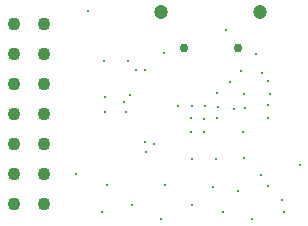
<source format=gbr>
%TF.GenerationSoftware,Altium Limited,Altium Designer,20.2.6 (244)*%
G04 Layer_Color=0*
%FSLAX45Y45*%
%MOMM*%
%TF.SameCoordinates,9E4D4D7D-1FFC-428C-BB03-7E89B6F1CBBC*%
%TF.FilePolarity,Positive*%
%TF.FileFunction,Plated,1,4,PTH,Drill*%
%TF.Part,Single*%
G01*
G75*
%TA.AperFunction,ComponentDrill*%
%ADD115C,1.10000*%
%ADD116C,0.75000*%
%ADD117C,0.75000*%
%ADD118C,1.20000*%
%TA.AperFunction,ViaDrill,NotFilled*%
%ADD119C,0.25000*%
D115*
X454000Y236000D02*
D03*
Y490000D02*
D03*
Y744000D02*
D03*
Y998000D02*
D03*
Y1252000D02*
D03*
Y1506000D02*
D03*
Y1760000D02*
D03*
X200000Y236000D02*
D03*
Y490000D02*
D03*
Y744000D02*
D03*
Y998000D02*
D03*
Y1252000D02*
D03*
Y1506000D02*
D03*
Y1760000D02*
D03*
D116*
X1637500Y1560000D02*
D03*
D117*
X2097500D02*
D03*
D118*
X1450000Y1860000D02*
D03*
X2285000D02*
D03*
D119*
X1811065Y845001D02*
D03*
X1810000Y960000D02*
D03*
X1706116Y1068616D02*
D03*
X1918935Y965000D02*
D03*
X1702160Y843906D02*
D03*
X1710000Y620000D02*
D03*
X1910991Y614926D02*
D03*
X1698204Y967500D02*
D03*
X1591117Y1065052D02*
D03*
X1819996Y1069998D02*
D03*
X1921065Y1175000D02*
D03*
X2350000Y1280000D02*
D03*
X2290000Y480000D02*
D03*
X2350000Y390000D02*
D03*
X2300000Y1350000D02*
D03*
X2250000Y1510000D02*
D03*
X2365000Y1171065D02*
D03*
X2159996Y1049998D02*
D03*
X1229998Y1369997D02*
D03*
X1310000Y1370000D02*
D03*
X2119996Y1359997D02*
D03*
X1309997Y759998D02*
D03*
X1390000Y750000D02*
D03*
X1320000Y680000D02*
D03*
X1129998Y1099998D02*
D03*
X1180000Y1160000D02*
D03*
X2144642Y1170708D02*
D03*
X1930000Y1060000D02*
D03*
X2026435Y1272500D02*
D03*
X1170000Y1450000D02*
D03*
X1150000Y1020000D02*
D03*
X970000D02*
D03*
X2148934Y625000D02*
D03*
X1890000Y380000D02*
D03*
X1480000Y400000D02*
D03*
X949998Y170000D02*
D03*
X2490000Y170000D02*
D03*
X727797Y490264D02*
D03*
X970000Y1140000D02*
D03*
X965000Y1445000D02*
D03*
X1470000Y1520000D02*
D03*
X2000000Y1710000D02*
D03*
X2620000Y568944D02*
D03*
X830000Y1870000D02*
D03*
X990000Y400000D02*
D03*
X2060000Y1045000D02*
D03*
X1201480Y229704D02*
D03*
X2100000Y350000D02*
D03*
X2351856Y966607D02*
D03*
X2353986Y1077394D02*
D03*
X1970000Y170000D02*
D03*
X1710000Y230000D02*
D03*
X2220000Y110000D02*
D03*
X1450000D02*
D03*
X2470000Y270000D02*
D03*
X2140000Y850000D02*
D03*
%TF.MD5,28e436f355ecf6e7bba74e0aff7a2eef*%
M02*

</source>
